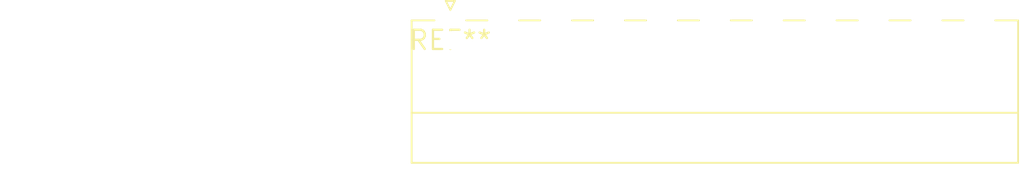
<source format=kicad_pcb>
(kicad_pcb (version 20240108) (generator pcbnew)
  (layers (0 "F.Cu" signal) (31 "B.Cu" signal) (34 "B.Paste" user) (35 "F.Paste" user) (36 "B.SilkS" user "B.Silkscreen") (37 "F.SilkS" user "F.Silkscreen") (38 "B.Mask" user) (39 "F.Mask" user) (44 "Edge.Cuts" user))
  (net 0 "")
  (footprint "PhoenixContact_MC_1,5_11-G-3.5_1x11_P3.50mm_Horizontal" (layer "F.Cu") (at 0 0)
    (property "Reference" "REF**")
    (property "Value" "PhoenixContact_MC_1,5_11-G-3.5_1x11_P3.50mm_Horizontal")
    (fp_line (start -2.56 -1.31) (end -2.56 8.11) (layer "F.SilkS") (stroke (width 0.12)))
    (fp_line (start -2.56 -1.31) (end -1.05 -1.31) (layer "F.SilkS") (stroke (width 0.12)))
    (fp_line (start -2.56 4.8) (end 37.56 4.8) (layer "F.SilkS") (stroke (width 0.12)))
    (fp_line (start -2.56 8.11) (end 37.56 8.11) (layer "F.SilkS") (stroke (width 0.12)))
    (fp_line (start -0.3 -2.6) (end 0.3 -2.6) (layer "F.SilkS") (stroke (width 0.12)))
    (fp_line (start 0 -2) (end -0.3 -2.6) (layer "F.SilkS") (stroke (width 0.12)))
    (fp_line (start 0.3 -2.6) (end 0 -2) (layer "F.SilkS") (stroke (width 0.12)))
    (fp_line (start 1.05 -1.31) (end 2.45 -1.31) (layer "F.SilkS") (stroke (width 0.12)))
    (fp_line (start 4.55 -1.31) (end 5.95 -1.31) (layer "F.SilkS") (stroke (width 0.12)))
    (fp_line (start 8.05 -1.31) (end 9.45 -1.31) (layer "F.SilkS") (stroke (width 0.12)))
    (fp_line (start 11.55 -1.31) (end 12.95 -1.31) (layer "F.SilkS") (stroke (width 0.12)))
    (fp_line (start 15.05 -1.31) (end 16.45 -1.31) (layer "F.SilkS") (stroke (width 0.12)))
    (fp_line (start 18.55 -1.31) (end 19.95 -1.31) (layer "F.SilkS") (stroke (width 0.12)))
    (fp_line (start 22.05 -1.31) (end 23.45 -1.31) (layer "F.SilkS") (stroke (width 0.12)))
    (fp_line (start 25.55 -1.31) (end 26.95 -1.31) (layer "F.SilkS") (stroke (width 0.12)))
    (fp_line (start 29.05 -1.31) (end 30.45 -1.31) (layer "F.SilkS") (stroke (width 0.12)))
    (fp_line (start 32.55 -1.31) (end 33.95 -1.31) (layer "F.SilkS") (stroke (width 0.12)))
    (fp_line (start 37.56 -1.31) (end 36.05 -1.31) (layer "F.SilkS") (stroke (width 0.12)))
    (fp_line (start 37.56 8.11) (end 37.56 -1.31) (layer "F.SilkS") (stroke (width 0.12)))
    (pad "1" thru_hole roundrect (at 0 0) (size 1.8 3.6) (drill 1.2) (layers *.Cu *.Mask) (remove_unused_layers) (roundrect_rratio 0.138889))
    (pad "2" thru_hole oval (at 3.5 0) (size 1.8 3.6) (drill 1.2) (layers *.Cu *.Mask) (remove_unused_layers))
    (pad "3" thru_hole oval (at 7 0) (size 1.8 3.6) (drill 1.2) (layers *.Cu *.Mask) (remove_unused_layers))
    (pad "4" thru_hole oval (at 10.5 0) (size 1.8 3.6) (drill 1.2) (layers *.Cu *.Mask) (remove_unused_layers))
    (pad "5" thru_hole oval (at 14 0) (size 1.8 3.6) (drill 1.2) (layers *.Cu *.Mask) (remove_unused_layers))
    (pad "6" thru_hole oval (at 17.5 0) (size 1.8 3.6) (drill 1.2) (layers *.Cu *.Mask) (remove_unused_layers))
    (pad "7" thru_hole oval (at 21 0) (size 1.8 3.6) (drill 1.2) (layers *.Cu *.Mask) (remove_unused_layers))
    (pad "8" thru_hole oval (at 24.5 0) (size 1.8 3.6) (drill 1.2) (layers *.Cu *.Mask) (remove_unused_layers))
    (pad "9" thru_hole oval (at 28 0) (size 1.8 3.6) (drill 1.2) (layers *.Cu *.Mask) (remove_unused_layers))
    (pad "10" thru_hole oval (at 31.5 0) (size 1.8 3.6) (drill 1.2) (layers *.Cu *.Mask) (remove_unused_layers))
    (pad "11" thru_hole oval (at 35 0) (size 1.8 3.6) (drill 1.2) (layers *.Cu *.Mask) (remove_unused_layers))
  )
)
</source>
